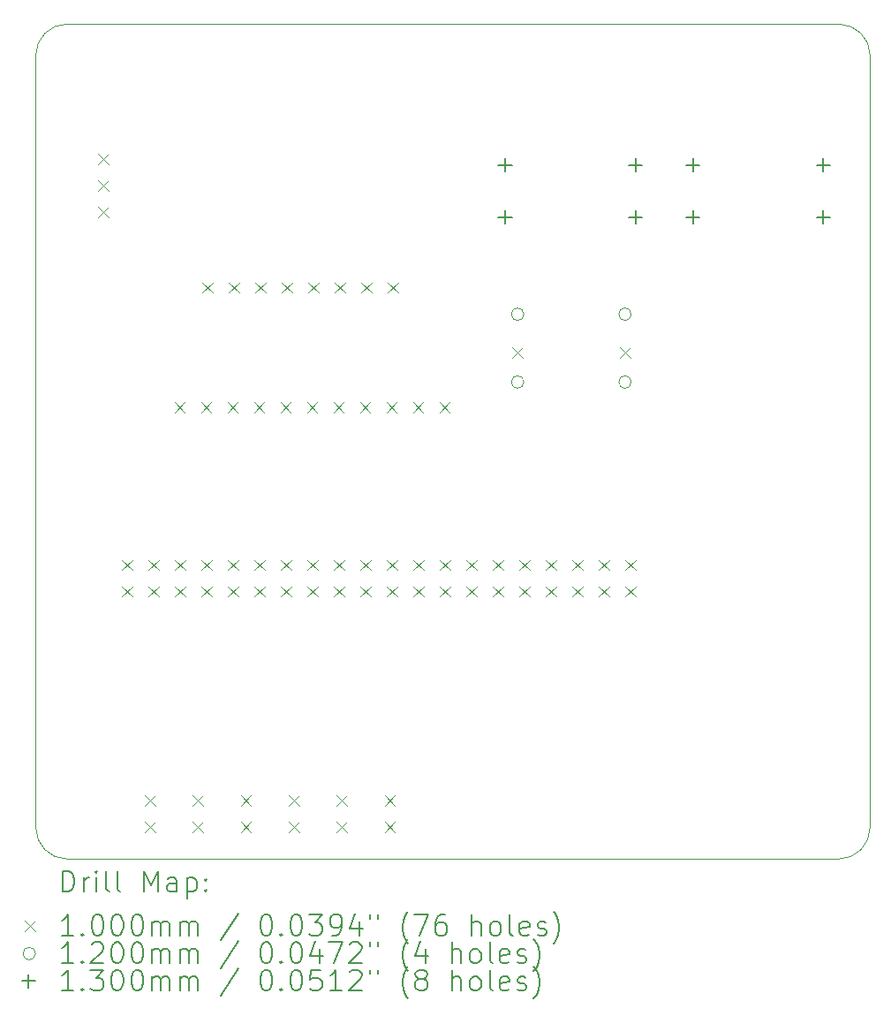
<source format=gbr>
%TF.GenerationSoftware,KiCad,Pcbnew,9.0.1*%
%TF.CreationDate,2025-04-09T16:40:48+02:00*%
%TF.ProjectId,camera_base,63616d65-7261-45f6-9261-73652e6b6963,rev?*%
%TF.SameCoordinates,Original*%
%TF.FileFunction,Drillmap*%
%TF.FilePolarity,Positive*%
%FSLAX45Y45*%
G04 Gerber Fmt 4.5, Leading zero omitted, Abs format (unit mm)*
G04 Created by KiCad (PCBNEW 9.0.1) date 2025-04-09 16:40:48*
%MOMM*%
%LPD*%
G01*
G04 APERTURE LIST*
%ADD10C,0.050000*%
%ADD11C,0.200000*%
%ADD12C,0.100000*%
%ADD13C,0.120000*%
%ADD14C,0.130000*%
G04 APERTURE END LIST*
D10*
X13300000Y-9300000D02*
G75*
G02*
X13600000Y-9600000I0J-300000D01*
G01*
X13600000Y-9600000D02*
X13600000Y-17000000D01*
X13600000Y-17000000D02*
G75*
G02*
X13300000Y-17300000I-300000J0D01*
G01*
X13300000Y-9300000D02*
X5900000Y-9300000D01*
X5600000Y-17000000D02*
X5600000Y-9600000D01*
X5900000Y-17300000D02*
X13300000Y-17300000D01*
X5900000Y-17300000D02*
G75*
G02*
X5600000Y-17000000I0J300000D01*
G01*
X5600000Y-9600000D02*
G75*
G02*
X5900000Y-9300000I300000J0D01*
G01*
D11*
D12*
X6200000Y-10542000D02*
X6300000Y-10642000D01*
X6300000Y-10542000D02*
X6200000Y-10642000D01*
X6200000Y-10796000D02*
X6300000Y-10896000D01*
X6300000Y-10796000D02*
X6200000Y-10896000D01*
X6200000Y-11050000D02*
X6300000Y-11150000D01*
X6300000Y-11050000D02*
X6200000Y-11150000D01*
X6427000Y-14433000D02*
X6527000Y-14533000D01*
X6527000Y-14433000D02*
X6427000Y-14533000D01*
X6427000Y-14687000D02*
X6527000Y-14787000D01*
X6527000Y-14687000D02*
X6427000Y-14787000D01*
X6645000Y-16690000D02*
X6745000Y-16790000D01*
X6745000Y-16690000D02*
X6645000Y-16790000D01*
X6645000Y-16944000D02*
X6745000Y-17044000D01*
X6745000Y-16944000D02*
X6645000Y-17044000D01*
X6681000Y-14433000D02*
X6781000Y-14533000D01*
X6781000Y-14433000D02*
X6681000Y-14533000D01*
X6681000Y-14687000D02*
X6781000Y-14787000D01*
X6781000Y-14687000D02*
X6681000Y-14787000D01*
X6930000Y-12920000D02*
X7030000Y-13020000D01*
X7030000Y-12920000D02*
X6930000Y-13020000D01*
X6935000Y-14433000D02*
X7035000Y-14533000D01*
X7035000Y-14433000D02*
X6935000Y-14533000D01*
X6935000Y-14687000D02*
X7035000Y-14787000D01*
X7035000Y-14687000D02*
X6935000Y-14787000D01*
X7105000Y-16690000D02*
X7205000Y-16790000D01*
X7205000Y-16690000D02*
X7105000Y-16790000D01*
X7105000Y-16944000D02*
X7205000Y-17044000D01*
X7205000Y-16944000D02*
X7105000Y-17044000D01*
X7184000Y-12920000D02*
X7284000Y-13020000D01*
X7284000Y-12920000D02*
X7184000Y-13020000D01*
X7189000Y-14433000D02*
X7289000Y-14533000D01*
X7289000Y-14433000D02*
X7189000Y-14533000D01*
X7189000Y-14687000D02*
X7289000Y-14787000D01*
X7289000Y-14687000D02*
X7189000Y-14787000D01*
X7200000Y-11775000D02*
X7300000Y-11875000D01*
X7300000Y-11775000D02*
X7200000Y-11875000D01*
X7438000Y-12920000D02*
X7538000Y-13020000D01*
X7538000Y-12920000D02*
X7438000Y-13020000D01*
X7443000Y-14433000D02*
X7543000Y-14533000D01*
X7543000Y-14433000D02*
X7443000Y-14533000D01*
X7443000Y-14687000D02*
X7543000Y-14787000D01*
X7543000Y-14687000D02*
X7443000Y-14787000D01*
X7454000Y-11775000D02*
X7554000Y-11875000D01*
X7554000Y-11775000D02*
X7454000Y-11875000D01*
X7565000Y-16690000D02*
X7665000Y-16790000D01*
X7665000Y-16690000D02*
X7565000Y-16790000D01*
X7565000Y-16944000D02*
X7665000Y-17044000D01*
X7665000Y-16944000D02*
X7565000Y-17044000D01*
X7692000Y-12920000D02*
X7792000Y-13020000D01*
X7792000Y-12920000D02*
X7692000Y-13020000D01*
X7697000Y-14433000D02*
X7797000Y-14533000D01*
X7797000Y-14433000D02*
X7697000Y-14533000D01*
X7697000Y-14687000D02*
X7797000Y-14787000D01*
X7797000Y-14687000D02*
X7697000Y-14787000D01*
X7708000Y-11775000D02*
X7808000Y-11875000D01*
X7808000Y-11775000D02*
X7708000Y-11875000D01*
X7946000Y-12920000D02*
X8046000Y-13020000D01*
X8046000Y-12920000D02*
X7946000Y-13020000D01*
X7951000Y-14433000D02*
X8051000Y-14533000D01*
X8051000Y-14433000D02*
X7951000Y-14533000D01*
X7951000Y-14687000D02*
X8051000Y-14787000D01*
X8051000Y-14687000D02*
X7951000Y-14787000D01*
X7962000Y-11775000D02*
X8062000Y-11875000D01*
X8062000Y-11775000D02*
X7962000Y-11875000D01*
X8025000Y-16690000D02*
X8125000Y-16790000D01*
X8125000Y-16690000D02*
X8025000Y-16790000D01*
X8025000Y-16944000D02*
X8125000Y-17044000D01*
X8125000Y-16944000D02*
X8025000Y-17044000D01*
X8200000Y-12920000D02*
X8300000Y-13020000D01*
X8300000Y-12920000D02*
X8200000Y-13020000D01*
X8205000Y-14433000D02*
X8305000Y-14533000D01*
X8305000Y-14433000D02*
X8205000Y-14533000D01*
X8205000Y-14687000D02*
X8305000Y-14787000D01*
X8305000Y-14687000D02*
X8205000Y-14787000D01*
X8216000Y-11775000D02*
X8316000Y-11875000D01*
X8316000Y-11775000D02*
X8216000Y-11875000D01*
X8454000Y-12920000D02*
X8554000Y-13020000D01*
X8554000Y-12920000D02*
X8454000Y-13020000D01*
X8459000Y-14433000D02*
X8559000Y-14533000D01*
X8559000Y-14433000D02*
X8459000Y-14533000D01*
X8459000Y-14687000D02*
X8559000Y-14787000D01*
X8559000Y-14687000D02*
X8459000Y-14787000D01*
X8470000Y-11775000D02*
X8570000Y-11875000D01*
X8570000Y-11775000D02*
X8470000Y-11875000D01*
X8485000Y-16690000D02*
X8585000Y-16790000D01*
X8585000Y-16690000D02*
X8485000Y-16790000D01*
X8485000Y-16944000D02*
X8585000Y-17044000D01*
X8585000Y-16944000D02*
X8485000Y-17044000D01*
X8708000Y-12920000D02*
X8808000Y-13020000D01*
X8808000Y-12920000D02*
X8708000Y-13020000D01*
X8713000Y-14433000D02*
X8813000Y-14533000D01*
X8813000Y-14433000D02*
X8713000Y-14533000D01*
X8713000Y-14687000D02*
X8813000Y-14787000D01*
X8813000Y-14687000D02*
X8713000Y-14787000D01*
X8724000Y-11775000D02*
X8824000Y-11875000D01*
X8824000Y-11775000D02*
X8724000Y-11875000D01*
X8945000Y-16690000D02*
X9045000Y-16790000D01*
X9045000Y-16690000D02*
X8945000Y-16790000D01*
X8945000Y-16944000D02*
X9045000Y-17044000D01*
X9045000Y-16944000D02*
X8945000Y-17044000D01*
X8962000Y-12920000D02*
X9062000Y-13020000D01*
X9062000Y-12920000D02*
X8962000Y-13020000D01*
X8967000Y-14433000D02*
X9067000Y-14533000D01*
X9067000Y-14433000D02*
X8967000Y-14533000D01*
X8967000Y-14687000D02*
X9067000Y-14787000D01*
X9067000Y-14687000D02*
X8967000Y-14787000D01*
X8978000Y-11775000D02*
X9078000Y-11875000D01*
X9078000Y-11775000D02*
X8978000Y-11875000D01*
X9216000Y-12920000D02*
X9316000Y-13020000D01*
X9316000Y-12920000D02*
X9216000Y-13020000D01*
X9221000Y-14433000D02*
X9321000Y-14533000D01*
X9321000Y-14433000D02*
X9221000Y-14533000D01*
X9221000Y-14687000D02*
X9321000Y-14787000D01*
X9321000Y-14687000D02*
X9221000Y-14787000D01*
X9470000Y-12920000D02*
X9570000Y-13020000D01*
X9570000Y-12920000D02*
X9470000Y-13020000D01*
X9475000Y-14433000D02*
X9575000Y-14533000D01*
X9575000Y-14433000D02*
X9475000Y-14533000D01*
X9475000Y-14687000D02*
X9575000Y-14787000D01*
X9575000Y-14687000D02*
X9475000Y-14787000D01*
X9729000Y-14433000D02*
X9829000Y-14533000D01*
X9829000Y-14433000D02*
X9729000Y-14533000D01*
X9729000Y-14687000D02*
X9829000Y-14787000D01*
X9829000Y-14687000D02*
X9729000Y-14787000D01*
X9983000Y-14433000D02*
X10083000Y-14533000D01*
X10083000Y-14433000D02*
X9983000Y-14533000D01*
X9983000Y-14687000D02*
X10083000Y-14787000D01*
X10083000Y-14687000D02*
X9983000Y-14787000D01*
X10170000Y-12400000D02*
X10270000Y-12500000D01*
X10270000Y-12400000D02*
X10170000Y-12500000D01*
X10237000Y-14433000D02*
X10337000Y-14533000D01*
X10337000Y-14433000D02*
X10237000Y-14533000D01*
X10237000Y-14687000D02*
X10337000Y-14787000D01*
X10337000Y-14687000D02*
X10237000Y-14787000D01*
X10491000Y-14433000D02*
X10591000Y-14533000D01*
X10591000Y-14433000D02*
X10491000Y-14533000D01*
X10491000Y-14687000D02*
X10591000Y-14787000D01*
X10591000Y-14687000D02*
X10491000Y-14787000D01*
X10745000Y-14433000D02*
X10845000Y-14533000D01*
X10845000Y-14433000D02*
X10745000Y-14533000D01*
X10745000Y-14687000D02*
X10845000Y-14787000D01*
X10845000Y-14687000D02*
X10745000Y-14787000D01*
X10999000Y-14433000D02*
X11099000Y-14533000D01*
X11099000Y-14433000D02*
X10999000Y-14533000D01*
X10999000Y-14687000D02*
X11099000Y-14787000D01*
X11099000Y-14687000D02*
X10999000Y-14787000D01*
X11200000Y-12400000D02*
X11300000Y-12500000D01*
X11300000Y-12400000D02*
X11200000Y-12500000D01*
X11253000Y-14433000D02*
X11353000Y-14533000D01*
X11353000Y-14433000D02*
X11253000Y-14533000D01*
X11253000Y-14687000D02*
X11353000Y-14787000D01*
X11353000Y-14687000D02*
X11253000Y-14787000D01*
D13*
X10280000Y-12080000D02*
G75*
G02*
X10160000Y-12080000I-60000J0D01*
G01*
X10160000Y-12080000D02*
G75*
G02*
X10280000Y-12080000I60000J0D01*
G01*
X10280000Y-12730000D02*
G75*
G02*
X10160000Y-12730000I-60000J0D01*
G01*
X10160000Y-12730000D02*
G75*
G02*
X10280000Y-12730000I60000J0D01*
G01*
X11310000Y-12080000D02*
G75*
G02*
X11190000Y-12080000I-60000J0D01*
G01*
X11190000Y-12080000D02*
G75*
G02*
X11310000Y-12080000I60000J0D01*
G01*
X11310000Y-12730000D02*
G75*
G02*
X11190000Y-12730000I-60000J0D01*
G01*
X11190000Y-12730000D02*
G75*
G02*
X11310000Y-12730000I60000J0D01*
G01*
D14*
X10100000Y-10585000D02*
X10100000Y-10715000D01*
X10035000Y-10650000D02*
X10165000Y-10650000D01*
X10100000Y-11085000D02*
X10100000Y-11215000D01*
X10035000Y-11150000D02*
X10165000Y-11150000D01*
X11350000Y-10585000D02*
X11350000Y-10715000D01*
X11285000Y-10650000D02*
X11415000Y-10650000D01*
X11350000Y-11085000D02*
X11350000Y-11215000D01*
X11285000Y-11150000D02*
X11415000Y-11150000D01*
X11900000Y-10585000D02*
X11900000Y-10715000D01*
X11835000Y-10650000D02*
X11965000Y-10650000D01*
X11900000Y-11085000D02*
X11900000Y-11215000D01*
X11835000Y-11150000D02*
X11965000Y-11150000D01*
X13150000Y-10585000D02*
X13150000Y-10715000D01*
X13085000Y-10650000D02*
X13215000Y-10650000D01*
X13150000Y-11085000D02*
X13150000Y-11215000D01*
X13085000Y-11150000D02*
X13215000Y-11150000D01*
D11*
X5858277Y-17613984D02*
X5858277Y-17413984D01*
X5858277Y-17413984D02*
X5905896Y-17413984D01*
X5905896Y-17413984D02*
X5934467Y-17423508D01*
X5934467Y-17423508D02*
X5953515Y-17442555D01*
X5953515Y-17442555D02*
X5963039Y-17461603D01*
X5963039Y-17461603D02*
X5972562Y-17499698D01*
X5972562Y-17499698D02*
X5972562Y-17528270D01*
X5972562Y-17528270D02*
X5963039Y-17566365D01*
X5963039Y-17566365D02*
X5953515Y-17585412D01*
X5953515Y-17585412D02*
X5934467Y-17604460D01*
X5934467Y-17604460D02*
X5905896Y-17613984D01*
X5905896Y-17613984D02*
X5858277Y-17613984D01*
X6058277Y-17613984D02*
X6058277Y-17480650D01*
X6058277Y-17518746D02*
X6067801Y-17499698D01*
X6067801Y-17499698D02*
X6077324Y-17490174D01*
X6077324Y-17490174D02*
X6096372Y-17480650D01*
X6096372Y-17480650D02*
X6115420Y-17480650D01*
X6182086Y-17613984D02*
X6182086Y-17480650D01*
X6182086Y-17413984D02*
X6172562Y-17423508D01*
X6172562Y-17423508D02*
X6182086Y-17433031D01*
X6182086Y-17433031D02*
X6191610Y-17423508D01*
X6191610Y-17423508D02*
X6182086Y-17413984D01*
X6182086Y-17413984D02*
X6182086Y-17433031D01*
X6305896Y-17613984D02*
X6286848Y-17604460D01*
X6286848Y-17604460D02*
X6277324Y-17585412D01*
X6277324Y-17585412D02*
X6277324Y-17413984D01*
X6410658Y-17613984D02*
X6391610Y-17604460D01*
X6391610Y-17604460D02*
X6382086Y-17585412D01*
X6382086Y-17585412D02*
X6382086Y-17413984D01*
X6639229Y-17613984D02*
X6639229Y-17413984D01*
X6639229Y-17413984D02*
X6705896Y-17556841D01*
X6705896Y-17556841D02*
X6772562Y-17413984D01*
X6772562Y-17413984D02*
X6772562Y-17613984D01*
X6953515Y-17613984D02*
X6953515Y-17509222D01*
X6953515Y-17509222D02*
X6943991Y-17490174D01*
X6943991Y-17490174D02*
X6924943Y-17480650D01*
X6924943Y-17480650D02*
X6886848Y-17480650D01*
X6886848Y-17480650D02*
X6867801Y-17490174D01*
X6953515Y-17604460D02*
X6934467Y-17613984D01*
X6934467Y-17613984D02*
X6886848Y-17613984D01*
X6886848Y-17613984D02*
X6867801Y-17604460D01*
X6867801Y-17604460D02*
X6858277Y-17585412D01*
X6858277Y-17585412D02*
X6858277Y-17566365D01*
X6858277Y-17566365D02*
X6867801Y-17547317D01*
X6867801Y-17547317D02*
X6886848Y-17537793D01*
X6886848Y-17537793D02*
X6934467Y-17537793D01*
X6934467Y-17537793D02*
X6953515Y-17528270D01*
X7048753Y-17480650D02*
X7048753Y-17680650D01*
X7048753Y-17490174D02*
X7067801Y-17480650D01*
X7067801Y-17480650D02*
X7105896Y-17480650D01*
X7105896Y-17480650D02*
X7124943Y-17490174D01*
X7124943Y-17490174D02*
X7134467Y-17499698D01*
X7134467Y-17499698D02*
X7143991Y-17518746D01*
X7143991Y-17518746D02*
X7143991Y-17575889D01*
X7143991Y-17575889D02*
X7134467Y-17594936D01*
X7134467Y-17594936D02*
X7124943Y-17604460D01*
X7124943Y-17604460D02*
X7105896Y-17613984D01*
X7105896Y-17613984D02*
X7067801Y-17613984D01*
X7067801Y-17613984D02*
X7048753Y-17604460D01*
X7229705Y-17594936D02*
X7239229Y-17604460D01*
X7239229Y-17604460D02*
X7229705Y-17613984D01*
X7229705Y-17613984D02*
X7220182Y-17604460D01*
X7220182Y-17604460D02*
X7229705Y-17594936D01*
X7229705Y-17594936D02*
X7229705Y-17613984D01*
X7229705Y-17490174D02*
X7239229Y-17499698D01*
X7239229Y-17499698D02*
X7229705Y-17509222D01*
X7229705Y-17509222D02*
X7220182Y-17499698D01*
X7220182Y-17499698D02*
X7229705Y-17490174D01*
X7229705Y-17490174D02*
X7229705Y-17509222D01*
D12*
X5497500Y-17892500D02*
X5597500Y-17992500D01*
X5597500Y-17892500D02*
X5497500Y-17992500D01*
D11*
X5963039Y-18033984D02*
X5848753Y-18033984D01*
X5905896Y-18033984D02*
X5905896Y-17833984D01*
X5905896Y-17833984D02*
X5886848Y-17862555D01*
X5886848Y-17862555D02*
X5867801Y-17881603D01*
X5867801Y-17881603D02*
X5848753Y-17891127D01*
X6048753Y-18014936D02*
X6058277Y-18024460D01*
X6058277Y-18024460D02*
X6048753Y-18033984D01*
X6048753Y-18033984D02*
X6039229Y-18024460D01*
X6039229Y-18024460D02*
X6048753Y-18014936D01*
X6048753Y-18014936D02*
X6048753Y-18033984D01*
X6182086Y-17833984D02*
X6201134Y-17833984D01*
X6201134Y-17833984D02*
X6220182Y-17843508D01*
X6220182Y-17843508D02*
X6229705Y-17853031D01*
X6229705Y-17853031D02*
X6239229Y-17872079D01*
X6239229Y-17872079D02*
X6248753Y-17910174D01*
X6248753Y-17910174D02*
X6248753Y-17957793D01*
X6248753Y-17957793D02*
X6239229Y-17995889D01*
X6239229Y-17995889D02*
X6229705Y-18014936D01*
X6229705Y-18014936D02*
X6220182Y-18024460D01*
X6220182Y-18024460D02*
X6201134Y-18033984D01*
X6201134Y-18033984D02*
X6182086Y-18033984D01*
X6182086Y-18033984D02*
X6163039Y-18024460D01*
X6163039Y-18024460D02*
X6153515Y-18014936D01*
X6153515Y-18014936D02*
X6143991Y-17995889D01*
X6143991Y-17995889D02*
X6134467Y-17957793D01*
X6134467Y-17957793D02*
X6134467Y-17910174D01*
X6134467Y-17910174D02*
X6143991Y-17872079D01*
X6143991Y-17872079D02*
X6153515Y-17853031D01*
X6153515Y-17853031D02*
X6163039Y-17843508D01*
X6163039Y-17843508D02*
X6182086Y-17833984D01*
X6372562Y-17833984D02*
X6391610Y-17833984D01*
X6391610Y-17833984D02*
X6410658Y-17843508D01*
X6410658Y-17843508D02*
X6420182Y-17853031D01*
X6420182Y-17853031D02*
X6429705Y-17872079D01*
X6429705Y-17872079D02*
X6439229Y-17910174D01*
X6439229Y-17910174D02*
X6439229Y-17957793D01*
X6439229Y-17957793D02*
X6429705Y-17995889D01*
X6429705Y-17995889D02*
X6420182Y-18014936D01*
X6420182Y-18014936D02*
X6410658Y-18024460D01*
X6410658Y-18024460D02*
X6391610Y-18033984D01*
X6391610Y-18033984D02*
X6372562Y-18033984D01*
X6372562Y-18033984D02*
X6353515Y-18024460D01*
X6353515Y-18024460D02*
X6343991Y-18014936D01*
X6343991Y-18014936D02*
X6334467Y-17995889D01*
X6334467Y-17995889D02*
X6324943Y-17957793D01*
X6324943Y-17957793D02*
X6324943Y-17910174D01*
X6324943Y-17910174D02*
X6334467Y-17872079D01*
X6334467Y-17872079D02*
X6343991Y-17853031D01*
X6343991Y-17853031D02*
X6353515Y-17843508D01*
X6353515Y-17843508D02*
X6372562Y-17833984D01*
X6563039Y-17833984D02*
X6582086Y-17833984D01*
X6582086Y-17833984D02*
X6601134Y-17843508D01*
X6601134Y-17843508D02*
X6610658Y-17853031D01*
X6610658Y-17853031D02*
X6620182Y-17872079D01*
X6620182Y-17872079D02*
X6629705Y-17910174D01*
X6629705Y-17910174D02*
X6629705Y-17957793D01*
X6629705Y-17957793D02*
X6620182Y-17995889D01*
X6620182Y-17995889D02*
X6610658Y-18014936D01*
X6610658Y-18014936D02*
X6601134Y-18024460D01*
X6601134Y-18024460D02*
X6582086Y-18033984D01*
X6582086Y-18033984D02*
X6563039Y-18033984D01*
X6563039Y-18033984D02*
X6543991Y-18024460D01*
X6543991Y-18024460D02*
X6534467Y-18014936D01*
X6534467Y-18014936D02*
X6524943Y-17995889D01*
X6524943Y-17995889D02*
X6515420Y-17957793D01*
X6515420Y-17957793D02*
X6515420Y-17910174D01*
X6515420Y-17910174D02*
X6524943Y-17872079D01*
X6524943Y-17872079D02*
X6534467Y-17853031D01*
X6534467Y-17853031D02*
X6543991Y-17843508D01*
X6543991Y-17843508D02*
X6563039Y-17833984D01*
X6715420Y-18033984D02*
X6715420Y-17900650D01*
X6715420Y-17919698D02*
X6724943Y-17910174D01*
X6724943Y-17910174D02*
X6743991Y-17900650D01*
X6743991Y-17900650D02*
X6772563Y-17900650D01*
X6772563Y-17900650D02*
X6791610Y-17910174D01*
X6791610Y-17910174D02*
X6801134Y-17929222D01*
X6801134Y-17929222D02*
X6801134Y-18033984D01*
X6801134Y-17929222D02*
X6810658Y-17910174D01*
X6810658Y-17910174D02*
X6829705Y-17900650D01*
X6829705Y-17900650D02*
X6858277Y-17900650D01*
X6858277Y-17900650D02*
X6877324Y-17910174D01*
X6877324Y-17910174D02*
X6886848Y-17929222D01*
X6886848Y-17929222D02*
X6886848Y-18033984D01*
X6982086Y-18033984D02*
X6982086Y-17900650D01*
X6982086Y-17919698D02*
X6991610Y-17910174D01*
X6991610Y-17910174D02*
X7010658Y-17900650D01*
X7010658Y-17900650D02*
X7039229Y-17900650D01*
X7039229Y-17900650D02*
X7058277Y-17910174D01*
X7058277Y-17910174D02*
X7067801Y-17929222D01*
X7067801Y-17929222D02*
X7067801Y-18033984D01*
X7067801Y-17929222D02*
X7077324Y-17910174D01*
X7077324Y-17910174D02*
X7096372Y-17900650D01*
X7096372Y-17900650D02*
X7124943Y-17900650D01*
X7124943Y-17900650D02*
X7143991Y-17910174D01*
X7143991Y-17910174D02*
X7153515Y-17929222D01*
X7153515Y-17929222D02*
X7153515Y-18033984D01*
X7543991Y-17824460D02*
X7372563Y-18081603D01*
X7801134Y-17833984D02*
X7820182Y-17833984D01*
X7820182Y-17833984D02*
X7839229Y-17843508D01*
X7839229Y-17843508D02*
X7848753Y-17853031D01*
X7848753Y-17853031D02*
X7858277Y-17872079D01*
X7858277Y-17872079D02*
X7867801Y-17910174D01*
X7867801Y-17910174D02*
X7867801Y-17957793D01*
X7867801Y-17957793D02*
X7858277Y-17995889D01*
X7858277Y-17995889D02*
X7848753Y-18014936D01*
X7848753Y-18014936D02*
X7839229Y-18024460D01*
X7839229Y-18024460D02*
X7820182Y-18033984D01*
X7820182Y-18033984D02*
X7801134Y-18033984D01*
X7801134Y-18033984D02*
X7782086Y-18024460D01*
X7782086Y-18024460D02*
X7772563Y-18014936D01*
X7772563Y-18014936D02*
X7763039Y-17995889D01*
X7763039Y-17995889D02*
X7753515Y-17957793D01*
X7753515Y-17957793D02*
X7753515Y-17910174D01*
X7753515Y-17910174D02*
X7763039Y-17872079D01*
X7763039Y-17872079D02*
X7772563Y-17853031D01*
X7772563Y-17853031D02*
X7782086Y-17843508D01*
X7782086Y-17843508D02*
X7801134Y-17833984D01*
X7953515Y-18014936D02*
X7963039Y-18024460D01*
X7963039Y-18024460D02*
X7953515Y-18033984D01*
X7953515Y-18033984D02*
X7943991Y-18024460D01*
X7943991Y-18024460D02*
X7953515Y-18014936D01*
X7953515Y-18014936D02*
X7953515Y-18033984D01*
X8086848Y-17833984D02*
X8105896Y-17833984D01*
X8105896Y-17833984D02*
X8124944Y-17843508D01*
X8124944Y-17843508D02*
X8134467Y-17853031D01*
X8134467Y-17853031D02*
X8143991Y-17872079D01*
X8143991Y-17872079D02*
X8153515Y-17910174D01*
X8153515Y-17910174D02*
X8153515Y-17957793D01*
X8153515Y-17957793D02*
X8143991Y-17995889D01*
X8143991Y-17995889D02*
X8134467Y-18014936D01*
X8134467Y-18014936D02*
X8124944Y-18024460D01*
X8124944Y-18024460D02*
X8105896Y-18033984D01*
X8105896Y-18033984D02*
X8086848Y-18033984D01*
X8086848Y-18033984D02*
X8067801Y-18024460D01*
X8067801Y-18024460D02*
X8058277Y-18014936D01*
X8058277Y-18014936D02*
X8048753Y-17995889D01*
X8048753Y-17995889D02*
X8039229Y-17957793D01*
X8039229Y-17957793D02*
X8039229Y-17910174D01*
X8039229Y-17910174D02*
X8048753Y-17872079D01*
X8048753Y-17872079D02*
X8058277Y-17853031D01*
X8058277Y-17853031D02*
X8067801Y-17843508D01*
X8067801Y-17843508D02*
X8086848Y-17833984D01*
X8220182Y-17833984D02*
X8343991Y-17833984D01*
X8343991Y-17833984D02*
X8277325Y-17910174D01*
X8277325Y-17910174D02*
X8305896Y-17910174D01*
X8305896Y-17910174D02*
X8324944Y-17919698D01*
X8324944Y-17919698D02*
X8334467Y-17929222D01*
X8334467Y-17929222D02*
X8343991Y-17948270D01*
X8343991Y-17948270D02*
X8343991Y-17995889D01*
X8343991Y-17995889D02*
X8334467Y-18014936D01*
X8334467Y-18014936D02*
X8324944Y-18024460D01*
X8324944Y-18024460D02*
X8305896Y-18033984D01*
X8305896Y-18033984D02*
X8248753Y-18033984D01*
X8248753Y-18033984D02*
X8229706Y-18024460D01*
X8229706Y-18024460D02*
X8220182Y-18014936D01*
X8439229Y-18033984D02*
X8477325Y-18033984D01*
X8477325Y-18033984D02*
X8496372Y-18024460D01*
X8496372Y-18024460D02*
X8505896Y-18014936D01*
X8505896Y-18014936D02*
X8524944Y-17986365D01*
X8524944Y-17986365D02*
X8534468Y-17948270D01*
X8534468Y-17948270D02*
X8534468Y-17872079D01*
X8534468Y-17872079D02*
X8524944Y-17853031D01*
X8524944Y-17853031D02*
X8515420Y-17843508D01*
X8515420Y-17843508D02*
X8496372Y-17833984D01*
X8496372Y-17833984D02*
X8458277Y-17833984D01*
X8458277Y-17833984D02*
X8439229Y-17843508D01*
X8439229Y-17843508D02*
X8429706Y-17853031D01*
X8429706Y-17853031D02*
X8420182Y-17872079D01*
X8420182Y-17872079D02*
X8420182Y-17919698D01*
X8420182Y-17919698D02*
X8429706Y-17938746D01*
X8429706Y-17938746D02*
X8439229Y-17948270D01*
X8439229Y-17948270D02*
X8458277Y-17957793D01*
X8458277Y-17957793D02*
X8496372Y-17957793D01*
X8496372Y-17957793D02*
X8515420Y-17948270D01*
X8515420Y-17948270D02*
X8524944Y-17938746D01*
X8524944Y-17938746D02*
X8534468Y-17919698D01*
X8705896Y-17900650D02*
X8705896Y-18033984D01*
X8658277Y-17824460D02*
X8610658Y-17967317D01*
X8610658Y-17967317D02*
X8734468Y-17967317D01*
X8801134Y-17833984D02*
X8801134Y-17872079D01*
X8877325Y-17833984D02*
X8877325Y-17872079D01*
X9172563Y-18110174D02*
X9163039Y-18100650D01*
X9163039Y-18100650D02*
X9143991Y-18072079D01*
X9143991Y-18072079D02*
X9134468Y-18053031D01*
X9134468Y-18053031D02*
X9124944Y-18024460D01*
X9124944Y-18024460D02*
X9115420Y-17976841D01*
X9115420Y-17976841D02*
X9115420Y-17938746D01*
X9115420Y-17938746D02*
X9124944Y-17891127D01*
X9124944Y-17891127D02*
X9134468Y-17862555D01*
X9134468Y-17862555D02*
X9143991Y-17843508D01*
X9143991Y-17843508D02*
X9163039Y-17814936D01*
X9163039Y-17814936D02*
X9172563Y-17805412D01*
X9229706Y-17833984D02*
X9363039Y-17833984D01*
X9363039Y-17833984D02*
X9277325Y-18033984D01*
X9524944Y-17833984D02*
X9486849Y-17833984D01*
X9486849Y-17833984D02*
X9467801Y-17843508D01*
X9467801Y-17843508D02*
X9458277Y-17853031D01*
X9458277Y-17853031D02*
X9439230Y-17881603D01*
X9439230Y-17881603D02*
X9429706Y-17919698D01*
X9429706Y-17919698D02*
X9429706Y-17995889D01*
X9429706Y-17995889D02*
X9439230Y-18014936D01*
X9439230Y-18014936D02*
X9448753Y-18024460D01*
X9448753Y-18024460D02*
X9467801Y-18033984D01*
X9467801Y-18033984D02*
X9505896Y-18033984D01*
X9505896Y-18033984D02*
X9524944Y-18024460D01*
X9524944Y-18024460D02*
X9534468Y-18014936D01*
X9534468Y-18014936D02*
X9543991Y-17995889D01*
X9543991Y-17995889D02*
X9543991Y-17948270D01*
X9543991Y-17948270D02*
X9534468Y-17929222D01*
X9534468Y-17929222D02*
X9524944Y-17919698D01*
X9524944Y-17919698D02*
X9505896Y-17910174D01*
X9505896Y-17910174D02*
X9467801Y-17910174D01*
X9467801Y-17910174D02*
X9448753Y-17919698D01*
X9448753Y-17919698D02*
X9439230Y-17929222D01*
X9439230Y-17929222D02*
X9429706Y-17948270D01*
X9782087Y-18033984D02*
X9782087Y-17833984D01*
X9867801Y-18033984D02*
X9867801Y-17929222D01*
X9867801Y-17929222D02*
X9858277Y-17910174D01*
X9858277Y-17910174D02*
X9839230Y-17900650D01*
X9839230Y-17900650D02*
X9810658Y-17900650D01*
X9810658Y-17900650D02*
X9791611Y-17910174D01*
X9791611Y-17910174D02*
X9782087Y-17919698D01*
X9991611Y-18033984D02*
X9972563Y-18024460D01*
X9972563Y-18024460D02*
X9963039Y-18014936D01*
X9963039Y-18014936D02*
X9953515Y-17995889D01*
X9953515Y-17995889D02*
X9953515Y-17938746D01*
X9953515Y-17938746D02*
X9963039Y-17919698D01*
X9963039Y-17919698D02*
X9972563Y-17910174D01*
X9972563Y-17910174D02*
X9991611Y-17900650D01*
X9991611Y-17900650D02*
X10020182Y-17900650D01*
X10020182Y-17900650D02*
X10039230Y-17910174D01*
X10039230Y-17910174D02*
X10048753Y-17919698D01*
X10048753Y-17919698D02*
X10058277Y-17938746D01*
X10058277Y-17938746D02*
X10058277Y-17995889D01*
X10058277Y-17995889D02*
X10048753Y-18014936D01*
X10048753Y-18014936D02*
X10039230Y-18024460D01*
X10039230Y-18024460D02*
X10020182Y-18033984D01*
X10020182Y-18033984D02*
X9991611Y-18033984D01*
X10172563Y-18033984D02*
X10153515Y-18024460D01*
X10153515Y-18024460D02*
X10143992Y-18005412D01*
X10143992Y-18005412D02*
X10143992Y-17833984D01*
X10324944Y-18024460D02*
X10305896Y-18033984D01*
X10305896Y-18033984D02*
X10267801Y-18033984D01*
X10267801Y-18033984D02*
X10248753Y-18024460D01*
X10248753Y-18024460D02*
X10239230Y-18005412D01*
X10239230Y-18005412D02*
X10239230Y-17929222D01*
X10239230Y-17929222D02*
X10248753Y-17910174D01*
X10248753Y-17910174D02*
X10267801Y-17900650D01*
X10267801Y-17900650D02*
X10305896Y-17900650D01*
X10305896Y-17900650D02*
X10324944Y-17910174D01*
X10324944Y-17910174D02*
X10334468Y-17929222D01*
X10334468Y-17929222D02*
X10334468Y-17948270D01*
X10334468Y-17948270D02*
X10239230Y-17967317D01*
X10410658Y-18024460D02*
X10429706Y-18033984D01*
X10429706Y-18033984D02*
X10467801Y-18033984D01*
X10467801Y-18033984D02*
X10486849Y-18024460D01*
X10486849Y-18024460D02*
X10496373Y-18005412D01*
X10496373Y-18005412D02*
X10496373Y-17995889D01*
X10496373Y-17995889D02*
X10486849Y-17976841D01*
X10486849Y-17976841D02*
X10467801Y-17967317D01*
X10467801Y-17967317D02*
X10439230Y-17967317D01*
X10439230Y-17967317D02*
X10420182Y-17957793D01*
X10420182Y-17957793D02*
X10410658Y-17938746D01*
X10410658Y-17938746D02*
X10410658Y-17929222D01*
X10410658Y-17929222D02*
X10420182Y-17910174D01*
X10420182Y-17910174D02*
X10439230Y-17900650D01*
X10439230Y-17900650D02*
X10467801Y-17900650D01*
X10467801Y-17900650D02*
X10486849Y-17910174D01*
X10563039Y-18110174D02*
X10572563Y-18100650D01*
X10572563Y-18100650D02*
X10591611Y-18072079D01*
X10591611Y-18072079D02*
X10601134Y-18053031D01*
X10601134Y-18053031D02*
X10610658Y-18024460D01*
X10610658Y-18024460D02*
X10620182Y-17976841D01*
X10620182Y-17976841D02*
X10620182Y-17938746D01*
X10620182Y-17938746D02*
X10610658Y-17891127D01*
X10610658Y-17891127D02*
X10601134Y-17862555D01*
X10601134Y-17862555D02*
X10591611Y-17843508D01*
X10591611Y-17843508D02*
X10572563Y-17814936D01*
X10572563Y-17814936D02*
X10563039Y-17805412D01*
D13*
X5597500Y-18206500D02*
G75*
G02*
X5477500Y-18206500I-60000J0D01*
G01*
X5477500Y-18206500D02*
G75*
G02*
X5597500Y-18206500I60000J0D01*
G01*
D11*
X5963039Y-18297984D02*
X5848753Y-18297984D01*
X5905896Y-18297984D02*
X5905896Y-18097984D01*
X5905896Y-18097984D02*
X5886848Y-18126555D01*
X5886848Y-18126555D02*
X5867801Y-18145603D01*
X5867801Y-18145603D02*
X5848753Y-18155127D01*
X6048753Y-18278936D02*
X6058277Y-18288460D01*
X6058277Y-18288460D02*
X6048753Y-18297984D01*
X6048753Y-18297984D02*
X6039229Y-18288460D01*
X6039229Y-18288460D02*
X6048753Y-18278936D01*
X6048753Y-18278936D02*
X6048753Y-18297984D01*
X6134467Y-18117031D02*
X6143991Y-18107508D01*
X6143991Y-18107508D02*
X6163039Y-18097984D01*
X6163039Y-18097984D02*
X6210658Y-18097984D01*
X6210658Y-18097984D02*
X6229705Y-18107508D01*
X6229705Y-18107508D02*
X6239229Y-18117031D01*
X6239229Y-18117031D02*
X6248753Y-18136079D01*
X6248753Y-18136079D02*
X6248753Y-18155127D01*
X6248753Y-18155127D02*
X6239229Y-18183698D01*
X6239229Y-18183698D02*
X6124943Y-18297984D01*
X6124943Y-18297984D02*
X6248753Y-18297984D01*
X6372562Y-18097984D02*
X6391610Y-18097984D01*
X6391610Y-18097984D02*
X6410658Y-18107508D01*
X6410658Y-18107508D02*
X6420182Y-18117031D01*
X6420182Y-18117031D02*
X6429705Y-18136079D01*
X6429705Y-18136079D02*
X6439229Y-18174174D01*
X6439229Y-18174174D02*
X6439229Y-18221793D01*
X6439229Y-18221793D02*
X6429705Y-18259889D01*
X6429705Y-18259889D02*
X6420182Y-18278936D01*
X6420182Y-18278936D02*
X6410658Y-18288460D01*
X6410658Y-18288460D02*
X6391610Y-18297984D01*
X6391610Y-18297984D02*
X6372562Y-18297984D01*
X6372562Y-18297984D02*
X6353515Y-18288460D01*
X6353515Y-18288460D02*
X6343991Y-18278936D01*
X6343991Y-18278936D02*
X6334467Y-18259889D01*
X6334467Y-18259889D02*
X6324943Y-18221793D01*
X6324943Y-18221793D02*
X6324943Y-18174174D01*
X6324943Y-18174174D02*
X6334467Y-18136079D01*
X6334467Y-18136079D02*
X6343991Y-18117031D01*
X6343991Y-18117031D02*
X6353515Y-18107508D01*
X6353515Y-18107508D02*
X6372562Y-18097984D01*
X6563039Y-18097984D02*
X6582086Y-18097984D01*
X6582086Y-18097984D02*
X6601134Y-18107508D01*
X6601134Y-18107508D02*
X6610658Y-18117031D01*
X6610658Y-18117031D02*
X6620182Y-18136079D01*
X6620182Y-18136079D02*
X6629705Y-18174174D01*
X6629705Y-18174174D02*
X6629705Y-18221793D01*
X6629705Y-18221793D02*
X6620182Y-18259889D01*
X6620182Y-18259889D02*
X6610658Y-18278936D01*
X6610658Y-18278936D02*
X6601134Y-18288460D01*
X6601134Y-18288460D02*
X6582086Y-18297984D01*
X6582086Y-18297984D02*
X6563039Y-18297984D01*
X6563039Y-18297984D02*
X6543991Y-18288460D01*
X6543991Y-18288460D02*
X6534467Y-18278936D01*
X6534467Y-18278936D02*
X6524943Y-18259889D01*
X6524943Y-18259889D02*
X6515420Y-18221793D01*
X6515420Y-18221793D02*
X6515420Y-18174174D01*
X6515420Y-18174174D02*
X6524943Y-18136079D01*
X6524943Y-18136079D02*
X6534467Y-18117031D01*
X6534467Y-18117031D02*
X6543991Y-18107508D01*
X6543991Y-18107508D02*
X6563039Y-18097984D01*
X6715420Y-18297984D02*
X6715420Y-18164650D01*
X6715420Y-18183698D02*
X6724943Y-18174174D01*
X6724943Y-18174174D02*
X6743991Y-18164650D01*
X6743991Y-18164650D02*
X6772563Y-18164650D01*
X6772563Y-18164650D02*
X6791610Y-18174174D01*
X6791610Y-18174174D02*
X6801134Y-18193222D01*
X6801134Y-18193222D02*
X6801134Y-18297984D01*
X6801134Y-18193222D02*
X6810658Y-18174174D01*
X6810658Y-18174174D02*
X6829705Y-18164650D01*
X6829705Y-18164650D02*
X6858277Y-18164650D01*
X6858277Y-18164650D02*
X6877324Y-18174174D01*
X6877324Y-18174174D02*
X6886848Y-18193222D01*
X6886848Y-18193222D02*
X6886848Y-18297984D01*
X6982086Y-18297984D02*
X6982086Y-18164650D01*
X6982086Y-18183698D02*
X6991610Y-18174174D01*
X6991610Y-18174174D02*
X7010658Y-18164650D01*
X7010658Y-18164650D02*
X7039229Y-18164650D01*
X7039229Y-18164650D02*
X7058277Y-18174174D01*
X7058277Y-18174174D02*
X7067801Y-18193222D01*
X7067801Y-18193222D02*
X7067801Y-18297984D01*
X7067801Y-18193222D02*
X7077324Y-18174174D01*
X7077324Y-18174174D02*
X7096372Y-18164650D01*
X7096372Y-18164650D02*
X7124943Y-18164650D01*
X7124943Y-18164650D02*
X7143991Y-18174174D01*
X7143991Y-18174174D02*
X7153515Y-18193222D01*
X7153515Y-18193222D02*
X7153515Y-18297984D01*
X7543991Y-18088460D02*
X7372563Y-18345603D01*
X7801134Y-18097984D02*
X7820182Y-18097984D01*
X7820182Y-18097984D02*
X7839229Y-18107508D01*
X7839229Y-18107508D02*
X7848753Y-18117031D01*
X7848753Y-18117031D02*
X7858277Y-18136079D01*
X7858277Y-18136079D02*
X7867801Y-18174174D01*
X7867801Y-18174174D02*
X7867801Y-18221793D01*
X7867801Y-18221793D02*
X7858277Y-18259889D01*
X7858277Y-18259889D02*
X7848753Y-18278936D01*
X7848753Y-18278936D02*
X7839229Y-18288460D01*
X7839229Y-18288460D02*
X7820182Y-18297984D01*
X7820182Y-18297984D02*
X7801134Y-18297984D01*
X7801134Y-18297984D02*
X7782086Y-18288460D01*
X7782086Y-18288460D02*
X7772563Y-18278936D01*
X7772563Y-18278936D02*
X7763039Y-18259889D01*
X7763039Y-18259889D02*
X7753515Y-18221793D01*
X7753515Y-18221793D02*
X7753515Y-18174174D01*
X7753515Y-18174174D02*
X7763039Y-18136079D01*
X7763039Y-18136079D02*
X7772563Y-18117031D01*
X7772563Y-18117031D02*
X7782086Y-18107508D01*
X7782086Y-18107508D02*
X7801134Y-18097984D01*
X7953515Y-18278936D02*
X7963039Y-18288460D01*
X7963039Y-18288460D02*
X7953515Y-18297984D01*
X7953515Y-18297984D02*
X7943991Y-18288460D01*
X7943991Y-18288460D02*
X7953515Y-18278936D01*
X7953515Y-18278936D02*
X7953515Y-18297984D01*
X8086848Y-18097984D02*
X8105896Y-18097984D01*
X8105896Y-18097984D02*
X8124944Y-18107508D01*
X8124944Y-18107508D02*
X8134467Y-18117031D01*
X8134467Y-18117031D02*
X8143991Y-18136079D01*
X8143991Y-18136079D02*
X8153515Y-18174174D01*
X8153515Y-18174174D02*
X8153515Y-18221793D01*
X8153515Y-18221793D02*
X8143991Y-18259889D01*
X8143991Y-18259889D02*
X8134467Y-18278936D01*
X8134467Y-18278936D02*
X8124944Y-18288460D01*
X8124944Y-18288460D02*
X8105896Y-18297984D01*
X8105896Y-18297984D02*
X8086848Y-18297984D01*
X8086848Y-18297984D02*
X8067801Y-18288460D01*
X8067801Y-18288460D02*
X8058277Y-18278936D01*
X8058277Y-18278936D02*
X8048753Y-18259889D01*
X8048753Y-18259889D02*
X8039229Y-18221793D01*
X8039229Y-18221793D02*
X8039229Y-18174174D01*
X8039229Y-18174174D02*
X8048753Y-18136079D01*
X8048753Y-18136079D02*
X8058277Y-18117031D01*
X8058277Y-18117031D02*
X8067801Y-18107508D01*
X8067801Y-18107508D02*
X8086848Y-18097984D01*
X8324944Y-18164650D02*
X8324944Y-18297984D01*
X8277325Y-18088460D02*
X8229706Y-18231317D01*
X8229706Y-18231317D02*
X8353515Y-18231317D01*
X8410658Y-18097984D02*
X8543991Y-18097984D01*
X8543991Y-18097984D02*
X8458277Y-18297984D01*
X8610658Y-18117031D02*
X8620182Y-18107508D01*
X8620182Y-18107508D02*
X8639229Y-18097984D01*
X8639229Y-18097984D02*
X8686849Y-18097984D01*
X8686849Y-18097984D02*
X8705896Y-18107508D01*
X8705896Y-18107508D02*
X8715420Y-18117031D01*
X8715420Y-18117031D02*
X8724944Y-18136079D01*
X8724944Y-18136079D02*
X8724944Y-18155127D01*
X8724944Y-18155127D02*
X8715420Y-18183698D01*
X8715420Y-18183698D02*
X8601134Y-18297984D01*
X8601134Y-18297984D02*
X8724944Y-18297984D01*
X8801134Y-18097984D02*
X8801134Y-18136079D01*
X8877325Y-18097984D02*
X8877325Y-18136079D01*
X9172563Y-18374174D02*
X9163039Y-18364650D01*
X9163039Y-18364650D02*
X9143991Y-18336079D01*
X9143991Y-18336079D02*
X9134468Y-18317031D01*
X9134468Y-18317031D02*
X9124944Y-18288460D01*
X9124944Y-18288460D02*
X9115420Y-18240841D01*
X9115420Y-18240841D02*
X9115420Y-18202746D01*
X9115420Y-18202746D02*
X9124944Y-18155127D01*
X9124944Y-18155127D02*
X9134468Y-18126555D01*
X9134468Y-18126555D02*
X9143991Y-18107508D01*
X9143991Y-18107508D02*
X9163039Y-18078936D01*
X9163039Y-18078936D02*
X9172563Y-18069412D01*
X9334468Y-18164650D02*
X9334468Y-18297984D01*
X9286849Y-18088460D02*
X9239230Y-18231317D01*
X9239230Y-18231317D02*
X9363039Y-18231317D01*
X9591611Y-18297984D02*
X9591611Y-18097984D01*
X9677325Y-18297984D02*
X9677325Y-18193222D01*
X9677325Y-18193222D02*
X9667801Y-18174174D01*
X9667801Y-18174174D02*
X9648753Y-18164650D01*
X9648753Y-18164650D02*
X9620182Y-18164650D01*
X9620182Y-18164650D02*
X9601134Y-18174174D01*
X9601134Y-18174174D02*
X9591611Y-18183698D01*
X9801134Y-18297984D02*
X9782087Y-18288460D01*
X9782087Y-18288460D02*
X9772563Y-18278936D01*
X9772563Y-18278936D02*
X9763039Y-18259889D01*
X9763039Y-18259889D02*
X9763039Y-18202746D01*
X9763039Y-18202746D02*
X9772563Y-18183698D01*
X9772563Y-18183698D02*
X9782087Y-18174174D01*
X9782087Y-18174174D02*
X9801134Y-18164650D01*
X9801134Y-18164650D02*
X9829706Y-18164650D01*
X9829706Y-18164650D02*
X9848753Y-18174174D01*
X9848753Y-18174174D02*
X9858277Y-18183698D01*
X9858277Y-18183698D02*
X9867801Y-18202746D01*
X9867801Y-18202746D02*
X9867801Y-18259889D01*
X9867801Y-18259889D02*
X9858277Y-18278936D01*
X9858277Y-18278936D02*
X9848753Y-18288460D01*
X9848753Y-18288460D02*
X9829706Y-18297984D01*
X9829706Y-18297984D02*
X9801134Y-18297984D01*
X9982087Y-18297984D02*
X9963039Y-18288460D01*
X9963039Y-18288460D02*
X9953515Y-18269412D01*
X9953515Y-18269412D02*
X9953515Y-18097984D01*
X10134468Y-18288460D02*
X10115420Y-18297984D01*
X10115420Y-18297984D02*
X10077325Y-18297984D01*
X10077325Y-18297984D02*
X10058277Y-18288460D01*
X10058277Y-18288460D02*
X10048753Y-18269412D01*
X10048753Y-18269412D02*
X10048753Y-18193222D01*
X10048753Y-18193222D02*
X10058277Y-18174174D01*
X10058277Y-18174174D02*
X10077325Y-18164650D01*
X10077325Y-18164650D02*
X10115420Y-18164650D01*
X10115420Y-18164650D02*
X10134468Y-18174174D01*
X10134468Y-18174174D02*
X10143992Y-18193222D01*
X10143992Y-18193222D02*
X10143992Y-18212270D01*
X10143992Y-18212270D02*
X10048753Y-18231317D01*
X10220182Y-18288460D02*
X10239230Y-18297984D01*
X10239230Y-18297984D02*
X10277325Y-18297984D01*
X10277325Y-18297984D02*
X10296373Y-18288460D01*
X10296373Y-18288460D02*
X10305896Y-18269412D01*
X10305896Y-18269412D02*
X10305896Y-18259889D01*
X10305896Y-18259889D02*
X10296373Y-18240841D01*
X10296373Y-18240841D02*
X10277325Y-18231317D01*
X10277325Y-18231317D02*
X10248753Y-18231317D01*
X10248753Y-18231317D02*
X10229706Y-18221793D01*
X10229706Y-18221793D02*
X10220182Y-18202746D01*
X10220182Y-18202746D02*
X10220182Y-18193222D01*
X10220182Y-18193222D02*
X10229706Y-18174174D01*
X10229706Y-18174174D02*
X10248753Y-18164650D01*
X10248753Y-18164650D02*
X10277325Y-18164650D01*
X10277325Y-18164650D02*
X10296373Y-18174174D01*
X10372563Y-18374174D02*
X10382087Y-18364650D01*
X10382087Y-18364650D02*
X10401134Y-18336079D01*
X10401134Y-18336079D02*
X10410658Y-18317031D01*
X10410658Y-18317031D02*
X10420182Y-18288460D01*
X10420182Y-18288460D02*
X10429706Y-18240841D01*
X10429706Y-18240841D02*
X10429706Y-18202746D01*
X10429706Y-18202746D02*
X10420182Y-18155127D01*
X10420182Y-18155127D02*
X10410658Y-18126555D01*
X10410658Y-18126555D02*
X10401134Y-18107508D01*
X10401134Y-18107508D02*
X10382087Y-18078936D01*
X10382087Y-18078936D02*
X10372563Y-18069412D01*
D14*
X5532500Y-18405500D02*
X5532500Y-18535500D01*
X5467500Y-18470500D02*
X5597500Y-18470500D01*
D11*
X5963039Y-18561984D02*
X5848753Y-18561984D01*
X5905896Y-18561984D02*
X5905896Y-18361984D01*
X5905896Y-18361984D02*
X5886848Y-18390555D01*
X5886848Y-18390555D02*
X5867801Y-18409603D01*
X5867801Y-18409603D02*
X5848753Y-18419127D01*
X6048753Y-18542936D02*
X6058277Y-18552460D01*
X6058277Y-18552460D02*
X6048753Y-18561984D01*
X6048753Y-18561984D02*
X6039229Y-18552460D01*
X6039229Y-18552460D02*
X6048753Y-18542936D01*
X6048753Y-18542936D02*
X6048753Y-18561984D01*
X6124943Y-18361984D02*
X6248753Y-18361984D01*
X6248753Y-18361984D02*
X6182086Y-18438174D01*
X6182086Y-18438174D02*
X6210658Y-18438174D01*
X6210658Y-18438174D02*
X6229705Y-18447698D01*
X6229705Y-18447698D02*
X6239229Y-18457222D01*
X6239229Y-18457222D02*
X6248753Y-18476270D01*
X6248753Y-18476270D02*
X6248753Y-18523889D01*
X6248753Y-18523889D02*
X6239229Y-18542936D01*
X6239229Y-18542936D02*
X6229705Y-18552460D01*
X6229705Y-18552460D02*
X6210658Y-18561984D01*
X6210658Y-18561984D02*
X6153515Y-18561984D01*
X6153515Y-18561984D02*
X6134467Y-18552460D01*
X6134467Y-18552460D02*
X6124943Y-18542936D01*
X6372562Y-18361984D02*
X6391610Y-18361984D01*
X6391610Y-18361984D02*
X6410658Y-18371508D01*
X6410658Y-18371508D02*
X6420182Y-18381031D01*
X6420182Y-18381031D02*
X6429705Y-18400079D01*
X6429705Y-18400079D02*
X6439229Y-18438174D01*
X6439229Y-18438174D02*
X6439229Y-18485793D01*
X6439229Y-18485793D02*
X6429705Y-18523889D01*
X6429705Y-18523889D02*
X6420182Y-18542936D01*
X6420182Y-18542936D02*
X6410658Y-18552460D01*
X6410658Y-18552460D02*
X6391610Y-18561984D01*
X6391610Y-18561984D02*
X6372562Y-18561984D01*
X6372562Y-18561984D02*
X6353515Y-18552460D01*
X6353515Y-18552460D02*
X6343991Y-18542936D01*
X6343991Y-18542936D02*
X6334467Y-18523889D01*
X6334467Y-18523889D02*
X6324943Y-18485793D01*
X6324943Y-18485793D02*
X6324943Y-18438174D01*
X6324943Y-18438174D02*
X6334467Y-18400079D01*
X6334467Y-18400079D02*
X6343991Y-18381031D01*
X6343991Y-18381031D02*
X6353515Y-18371508D01*
X6353515Y-18371508D02*
X6372562Y-18361984D01*
X6563039Y-18361984D02*
X6582086Y-18361984D01*
X6582086Y-18361984D02*
X6601134Y-18371508D01*
X6601134Y-18371508D02*
X6610658Y-18381031D01*
X6610658Y-18381031D02*
X6620182Y-18400079D01*
X6620182Y-18400079D02*
X6629705Y-18438174D01*
X6629705Y-18438174D02*
X6629705Y-18485793D01*
X6629705Y-18485793D02*
X6620182Y-18523889D01*
X6620182Y-18523889D02*
X6610658Y-18542936D01*
X6610658Y-18542936D02*
X6601134Y-18552460D01*
X6601134Y-18552460D02*
X6582086Y-18561984D01*
X6582086Y-18561984D02*
X6563039Y-18561984D01*
X6563039Y-18561984D02*
X6543991Y-18552460D01*
X6543991Y-18552460D02*
X6534467Y-18542936D01*
X6534467Y-18542936D02*
X6524943Y-18523889D01*
X6524943Y-18523889D02*
X6515420Y-18485793D01*
X6515420Y-18485793D02*
X6515420Y-18438174D01*
X6515420Y-18438174D02*
X6524943Y-18400079D01*
X6524943Y-18400079D02*
X6534467Y-18381031D01*
X6534467Y-18381031D02*
X6543991Y-18371508D01*
X6543991Y-18371508D02*
X6563039Y-18361984D01*
X6715420Y-18561984D02*
X6715420Y-18428650D01*
X6715420Y-18447698D02*
X6724943Y-18438174D01*
X6724943Y-18438174D02*
X6743991Y-18428650D01*
X6743991Y-18428650D02*
X6772563Y-18428650D01*
X6772563Y-18428650D02*
X6791610Y-18438174D01*
X6791610Y-18438174D02*
X6801134Y-18457222D01*
X6801134Y-18457222D02*
X6801134Y-18561984D01*
X6801134Y-18457222D02*
X6810658Y-18438174D01*
X6810658Y-18438174D02*
X6829705Y-18428650D01*
X6829705Y-18428650D02*
X6858277Y-18428650D01*
X6858277Y-18428650D02*
X6877324Y-18438174D01*
X6877324Y-18438174D02*
X6886848Y-18457222D01*
X6886848Y-18457222D02*
X6886848Y-18561984D01*
X6982086Y-18561984D02*
X6982086Y-18428650D01*
X6982086Y-18447698D02*
X6991610Y-18438174D01*
X6991610Y-18438174D02*
X7010658Y-18428650D01*
X7010658Y-18428650D02*
X7039229Y-18428650D01*
X7039229Y-18428650D02*
X7058277Y-18438174D01*
X7058277Y-18438174D02*
X7067801Y-18457222D01*
X7067801Y-18457222D02*
X7067801Y-18561984D01*
X7067801Y-18457222D02*
X7077324Y-18438174D01*
X7077324Y-18438174D02*
X7096372Y-18428650D01*
X7096372Y-18428650D02*
X7124943Y-18428650D01*
X7124943Y-18428650D02*
X7143991Y-18438174D01*
X7143991Y-18438174D02*
X7153515Y-18457222D01*
X7153515Y-18457222D02*
X7153515Y-18561984D01*
X7543991Y-18352460D02*
X7372563Y-18609603D01*
X7801134Y-18361984D02*
X7820182Y-18361984D01*
X7820182Y-18361984D02*
X7839229Y-18371508D01*
X7839229Y-18371508D02*
X7848753Y-18381031D01*
X7848753Y-18381031D02*
X7858277Y-18400079D01*
X7858277Y-18400079D02*
X7867801Y-18438174D01*
X7867801Y-18438174D02*
X7867801Y-18485793D01*
X7867801Y-18485793D02*
X7858277Y-18523889D01*
X7858277Y-18523889D02*
X7848753Y-18542936D01*
X7848753Y-18542936D02*
X7839229Y-18552460D01*
X7839229Y-18552460D02*
X7820182Y-18561984D01*
X7820182Y-18561984D02*
X7801134Y-18561984D01*
X7801134Y-18561984D02*
X7782086Y-18552460D01*
X7782086Y-18552460D02*
X7772563Y-18542936D01*
X7772563Y-18542936D02*
X7763039Y-18523889D01*
X7763039Y-18523889D02*
X7753515Y-18485793D01*
X7753515Y-18485793D02*
X7753515Y-18438174D01*
X7753515Y-18438174D02*
X7763039Y-18400079D01*
X7763039Y-18400079D02*
X7772563Y-18381031D01*
X7772563Y-18381031D02*
X7782086Y-18371508D01*
X7782086Y-18371508D02*
X7801134Y-18361984D01*
X7953515Y-18542936D02*
X7963039Y-18552460D01*
X7963039Y-18552460D02*
X7953515Y-18561984D01*
X7953515Y-18561984D02*
X7943991Y-18552460D01*
X7943991Y-18552460D02*
X7953515Y-18542936D01*
X7953515Y-18542936D02*
X7953515Y-18561984D01*
X8086848Y-18361984D02*
X8105896Y-18361984D01*
X8105896Y-18361984D02*
X8124944Y-18371508D01*
X8124944Y-18371508D02*
X8134467Y-18381031D01*
X8134467Y-18381031D02*
X8143991Y-18400079D01*
X8143991Y-18400079D02*
X8153515Y-18438174D01*
X8153515Y-18438174D02*
X8153515Y-18485793D01*
X8153515Y-18485793D02*
X8143991Y-18523889D01*
X8143991Y-18523889D02*
X8134467Y-18542936D01*
X8134467Y-18542936D02*
X8124944Y-18552460D01*
X8124944Y-18552460D02*
X8105896Y-18561984D01*
X8105896Y-18561984D02*
X8086848Y-18561984D01*
X8086848Y-18561984D02*
X8067801Y-18552460D01*
X8067801Y-18552460D02*
X8058277Y-18542936D01*
X8058277Y-18542936D02*
X8048753Y-18523889D01*
X8048753Y-18523889D02*
X8039229Y-18485793D01*
X8039229Y-18485793D02*
X8039229Y-18438174D01*
X8039229Y-18438174D02*
X8048753Y-18400079D01*
X8048753Y-18400079D02*
X8058277Y-18381031D01*
X8058277Y-18381031D02*
X8067801Y-18371508D01*
X8067801Y-18371508D02*
X8086848Y-18361984D01*
X8334467Y-18361984D02*
X8239229Y-18361984D01*
X8239229Y-18361984D02*
X8229706Y-18457222D01*
X8229706Y-18457222D02*
X8239229Y-18447698D01*
X8239229Y-18447698D02*
X8258277Y-18438174D01*
X8258277Y-18438174D02*
X8305896Y-18438174D01*
X8305896Y-18438174D02*
X8324944Y-18447698D01*
X8324944Y-18447698D02*
X8334467Y-18457222D01*
X8334467Y-18457222D02*
X8343991Y-18476270D01*
X8343991Y-18476270D02*
X8343991Y-18523889D01*
X8343991Y-18523889D02*
X8334467Y-18542936D01*
X8334467Y-18542936D02*
X8324944Y-18552460D01*
X8324944Y-18552460D02*
X8305896Y-18561984D01*
X8305896Y-18561984D02*
X8258277Y-18561984D01*
X8258277Y-18561984D02*
X8239229Y-18552460D01*
X8239229Y-18552460D02*
X8229706Y-18542936D01*
X8534468Y-18561984D02*
X8420182Y-18561984D01*
X8477325Y-18561984D02*
X8477325Y-18361984D01*
X8477325Y-18361984D02*
X8458277Y-18390555D01*
X8458277Y-18390555D02*
X8439229Y-18409603D01*
X8439229Y-18409603D02*
X8420182Y-18419127D01*
X8610658Y-18381031D02*
X8620182Y-18371508D01*
X8620182Y-18371508D02*
X8639229Y-18361984D01*
X8639229Y-18361984D02*
X8686849Y-18361984D01*
X8686849Y-18361984D02*
X8705896Y-18371508D01*
X8705896Y-18371508D02*
X8715420Y-18381031D01*
X8715420Y-18381031D02*
X8724944Y-18400079D01*
X8724944Y-18400079D02*
X8724944Y-18419127D01*
X8724944Y-18419127D02*
X8715420Y-18447698D01*
X8715420Y-18447698D02*
X8601134Y-18561984D01*
X8601134Y-18561984D02*
X8724944Y-18561984D01*
X8801134Y-18361984D02*
X8801134Y-18400079D01*
X8877325Y-18361984D02*
X8877325Y-18400079D01*
X9172563Y-18638174D02*
X9163039Y-18628650D01*
X9163039Y-18628650D02*
X9143991Y-18600079D01*
X9143991Y-18600079D02*
X9134468Y-18581031D01*
X9134468Y-18581031D02*
X9124944Y-18552460D01*
X9124944Y-18552460D02*
X9115420Y-18504841D01*
X9115420Y-18504841D02*
X9115420Y-18466746D01*
X9115420Y-18466746D02*
X9124944Y-18419127D01*
X9124944Y-18419127D02*
X9134468Y-18390555D01*
X9134468Y-18390555D02*
X9143991Y-18371508D01*
X9143991Y-18371508D02*
X9163039Y-18342936D01*
X9163039Y-18342936D02*
X9172563Y-18333412D01*
X9277325Y-18447698D02*
X9258277Y-18438174D01*
X9258277Y-18438174D02*
X9248753Y-18428650D01*
X9248753Y-18428650D02*
X9239230Y-18409603D01*
X9239230Y-18409603D02*
X9239230Y-18400079D01*
X9239230Y-18400079D02*
X9248753Y-18381031D01*
X9248753Y-18381031D02*
X9258277Y-18371508D01*
X9258277Y-18371508D02*
X9277325Y-18361984D01*
X9277325Y-18361984D02*
X9315420Y-18361984D01*
X9315420Y-18361984D02*
X9334468Y-18371508D01*
X9334468Y-18371508D02*
X9343991Y-18381031D01*
X9343991Y-18381031D02*
X9353515Y-18400079D01*
X9353515Y-18400079D02*
X9353515Y-18409603D01*
X9353515Y-18409603D02*
X9343991Y-18428650D01*
X9343991Y-18428650D02*
X9334468Y-18438174D01*
X9334468Y-18438174D02*
X9315420Y-18447698D01*
X9315420Y-18447698D02*
X9277325Y-18447698D01*
X9277325Y-18447698D02*
X9258277Y-18457222D01*
X9258277Y-18457222D02*
X9248753Y-18466746D01*
X9248753Y-18466746D02*
X9239230Y-18485793D01*
X9239230Y-18485793D02*
X9239230Y-18523889D01*
X9239230Y-18523889D02*
X9248753Y-18542936D01*
X9248753Y-18542936D02*
X9258277Y-18552460D01*
X9258277Y-18552460D02*
X9277325Y-18561984D01*
X9277325Y-18561984D02*
X9315420Y-18561984D01*
X9315420Y-18561984D02*
X9334468Y-18552460D01*
X9334468Y-18552460D02*
X9343991Y-18542936D01*
X9343991Y-18542936D02*
X9353515Y-18523889D01*
X9353515Y-18523889D02*
X9353515Y-18485793D01*
X9353515Y-18485793D02*
X9343991Y-18466746D01*
X9343991Y-18466746D02*
X9334468Y-18457222D01*
X9334468Y-18457222D02*
X9315420Y-18447698D01*
X9591611Y-18561984D02*
X9591611Y-18361984D01*
X9677325Y-18561984D02*
X9677325Y-18457222D01*
X9677325Y-18457222D02*
X9667801Y-18438174D01*
X9667801Y-18438174D02*
X9648753Y-18428650D01*
X9648753Y-18428650D02*
X9620182Y-18428650D01*
X9620182Y-18428650D02*
X9601134Y-18438174D01*
X9601134Y-18438174D02*
X9591611Y-18447698D01*
X9801134Y-18561984D02*
X9782087Y-18552460D01*
X9782087Y-18552460D02*
X9772563Y-18542936D01*
X9772563Y-18542936D02*
X9763039Y-18523889D01*
X9763039Y-18523889D02*
X9763039Y-18466746D01*
X9763039Y-18466746D02*
X9772563Y-18447698D01*
X9772563Y-18447698D02*
X9782087Y-18438174D01*
X9782087Y-18438174D02*
X9801134Y-18428650D01*
X9801134Y-18428650D02*
X9829706Y-18428650D01*
X9829706Y-18428650D02*
X9848753Y-18438174D01*
X9848753Y-18438174D02*
X9858277Y-18447698D01*
X9858277Y-18447698D02*
X9867801Y-18466746D01*
X9867801Y-18466746D02*
X9867801Y-18523889D01*
X9867801Y-18523889D02*
X9858277Y-18542936D01*
X9858277Y-18542936D02*
X9848753Y-18552460D01*
X9848753Y-18552460D02*
X9829706Y-18561984D01*
X9829706Y-18561984D02*
X9801134Y-18561984D01*
X9982087Y-18561984D02*
X9963039Y-18552460D01*
X9963039Y-18552460D02*
X9953515Y-18533412D01*
X9953515Y-18533412D02*
X9953515Y-18361984D01*
X10134468Y-18552460D02*
X10115420Y-18561984D01*
X10115420Y-18561984D02*
X10077325Y-18561984D01*
X10077325Y-18561984D02*
X10058277Y-18552460D01*
X10058277Y-18552460D02*
X10048753Y-18533412D01*
X10048753Y-18533412D02*
X10048753Y-18457222D01*
X10048753Y-18457222D02*
X10058277Y-18438174D01*
X10058277Y-18438174D02*
X10077325Y-18428650D01*
X10077325Y-18428650D02*
X10115420Y-18428650D01*
X10115420Y-18428650D02*
X10134468Y-18438174D01*
X10134468Y-18438174D02*
X10143992Y-18457222D01*
X10143992Y-18457222D02*
X10143992Y-18476270D01*
X10143992Y-18476270D02*
X10048753Y-18495317D01*
X10220182Y-18552460D02*
X10239230Y-18561984D01*
X10239230Y-18561984D02*
X10277325Y-18561984D01*
X10277325Y-18561984D02*
X10296373Y-18552460D01*
X10296373Y-18552460D02*
X10305896Y-18533412D01*
X10305896Y-18533412D02*
X10305896Y-18523889D01*
X10305896Y-18523889D02*
X10296373Y-18504841D01*
X10296373Y-18504841D02*
X10277325Y-18495317D01*
X10277325Y-18495317D02*
X10248753Y-18495317D01*
X10248753Y-18495317D02*
X10229706Y-18485793D01*
X10229706Y-18485793D02*
X10220182Y-18466746D01*
X10220182Y-18466746D02*
X10220182Y-18457222D01*
X10220182Y-18457222D02*
X10229706Y-18438174D01*
X10229706Y-18438174D02*
X10248753Y-18428650D01*
X10248753Y-18428650D02*
X10277325Y-18428650D01*
X10277325Y-18428650D02*
X10296373Y-18438174D01*
X10372563Y-18638174D02*
X10382087Y-18628650D01*
X10382087Y-18628650D02*
X10401134Y-18600079D01*
X10401134Y-18600079D02*
X10410658Y-18581031D01*
X10410658Y-18581031D02*
X10420182Y-18552460D01*
X10420182Y-18552460D02*
X10429706Y-18504841D01*
X10429706Y-18504841D02*
X10429706Y-18466746D01*
X10429706Y-18466746D02*
X10420182Y-18419127D01*
X10420182Y-18419127D02*
X10410658Y-18390555D01*
X10410658Y-18390555D02*
X10401134Y-18371508D01*
X10401134Y-18371508D02*
X10382087Y-18342936D01*
X10382087Y-18342936D02*
X10372563Y-18333412D01*
M02*

</source>
